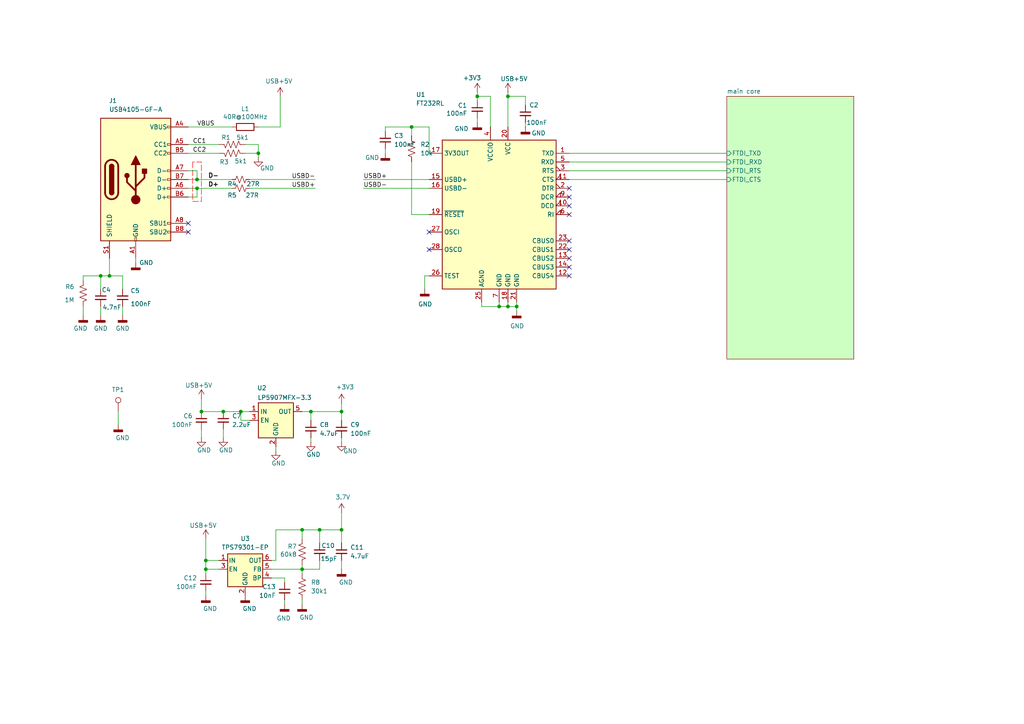
<source format=kicad_sch>
(kicad_sch (version 20250114) (generator "eeschema") (generator_version "9.0")
  (paper "A4")
  (title_block (title "FED3 Test Board") (rev "1.0") (comment 1 "Open Ephys, Inc."))
  (lib_symbols
    (symbol "Connector:TestPoint" (pin_numbers (hide yes)) (pin_names (offset 0.762) (hide yes))
      (property "Reference" "TP" (at 0 6.858 0))
      (property "Value" "TestPoint" (at 0 5.08 0))
      (symbol "TestPoint_0_1"
        (circle (center 0 3.302) (radius 0.762))
      )
      (symbol "TestPoint_1_1"
        (pin passive line (at 0 0 90) (length 2.54) (name "1") (number "1"))
      )
    )
    (symbol "Connector:USB_C_Receptacle_USB2.0_16P" (pin_names (offset 1.016))
      (property "Reference" "J" (at 0 22.225 0))
      (property "Value" "USB_C_Receptacle_USB2.0_16P" (at 0 19.685 0))
      (symbol "USB_C_Receptacle_USB2.0_16P_0_0"
        (rectangle (start -0.254 -17.78) (end 0.254 -16.764))
        (rectangle (start 10.16 15.494) (end 9.144 14.986))
        (rectangle (start 10.16 10.414) (end 9.144 9.906))
        (rectangle (start 10.16 7.874) (end 9.144 7.366))
        (rectangle (start 10.16 2.794) (end 9.144 2.286))
        (rectangle (start 10.16 0.254) (end 9.144 -0.254))
        (rectangle (start 10.16 -2.286) (end 9.144 -2.794))
        (rectangle (start 10.16 -4.826) (end 9.144 -5.334))
        (rectangle (start 10.16 -12.446) (end 9.144 -12.954))
        (rectangle (start 10.16 -14.986) (end 9.144 -15.494))
      )
      (symbol "USB_C_Receptacle_USB2.0_16P_0_1"
        (rectangle (start -10.16 17.78) (end 10.16 -17.78) (stroke (width 0.254)) (fill (type background)))
        (polyline (pts (xy -8.89 -3.81) (xy -8.89 3.81)) (stroke (width 0.508)))
        (rectangle (start -7.62 -3.81) (end -6.35 3.81) (stroke (width 0.254)) (fill (type outline)))
        (arc (start -7.62 3.81) (mid -6.985 4.4423) (end -6.35 3.81) (stroke (width 0.254)))
        (arc (start -7.62 3.81) (mid -6.985 4.4423) (end -6.35 3.81) (stroke (width 0.254)) (fill (type outline)))
        (arc (start -8.89 3.81) (mid -6.985 5.7067) (end -5.08 3.81) (stroke (width 0.508)))
        (arc (start -5.08 -3.81) (mid -6.985 -5.7067) (end -8.89 -3.81) (stroke (width 0.508)))
        (arc (start -6.35 -3.81) (mid -6.985 -4.4423) (end -7.62 -3.81) (stroke (width 0.254)))
        (arc (start -6.35 -3.81) (mid -6.985 -4.4423) (end -7.62 -3.81) (stroke (width 0.254)) (fill (type outline)))
        (polyline (pts (xy -5.08 3.81) (xy -5.08 -3.81)) (stroke (width 0.508)))
        (circle (center -2.54 1.143) (radius 0.635) (stroke (width 0.254)) (fill (type outline)))
        (polyline (pts (xy -1.27 4.318) (xy 0 6.858) (xy 1.27 4.318) (xy -1.27 4.318)) (stroke (width 0.254)) (fill (type outline)))
        (polyline (pts (xy 0 -2.032) (xy 2.54 0.508) (xy 2.54 1.778)) (stroke (width 0.508)))
        (polyline (pts (xy 0 -3.302) (xy -2.54 -0.762) (xy -2.54 0.508)) (stroke (width 0.508)))
        (polyline (pts (xy 0 -5.842) (xy 0 4.318)) (stroke (width 0.508)))
        (circle (center 0 -5.842) (radius 1.27) (fill (type outline)))
        (rectangle (start 1.905 1.778) (end 3.175 3.048) (stroke (width 0.254)) (fill (type outline)))
      )
      (symbol "USB_C_Receptacle_USB2.0_16P_1_1"
        (pin passive line (at -7.62 -22.86 90) (length 5.08) (name "SHIELD") (number "S1"))
        (pin passive line (at 0 -22.86 90) (length 5.08) (name "GND") (number "A1"))
        (pin passive line (at 0 -22.86 90) (length 5.08) (hide yes) (name "GND") (number "A12"))
        (pin passive line (at 0 -22.86 90) (length 5.08) (hide yes) (name "GND") (number "B1"))
        (pin passive line (at 0 -22.86 90) (length 5.08) (hide yes) (name "GND") (number "B12"))
        (pin passive line (at 15.24 15.24 180) (length 5.08) (name "VBUS") (number "A4"))
        (pin passive line (at 15.24 15.24 180) (length 5.08) (hide yes) (name "VBUS") (number "A9"))
        (pin passive line (at 15.24 15.24 180) (length 5.08) (hide yes) (name "VBUS") (number "B4"))
        (pin passive line (at 15.24 15.24 180) (length 5.08) (hide yes) (name "VBUS") (number "B9"))
        (pin bidirectional line (at 15.24 10.16 180) (length 5.08) (name "CC1") (number "A5"))
        (pin bidirectional line (at 15.24 7.62 180) (length 5.08) (name "CC2") (number "B5"))
        (pin bidirectional line (at 15.24 2.54 180) (length 5.08) (name "D-") (number "A7"))
        (pin bidirectional line (at 15.24 0 180) (length 5.08) (name "D-") (number "B7"))
        (pin bidirectional line (at 15.24 -2.54 180) (length 5.08) (name "D+") (number "A6"))
        (pin bidirectional line (at 15.24 -5.08 180) (length 5.08) (name "D+") (number "B6"))
        (pin bidirectional line (at 15.24 -12.7 180) (length 5.08) (name "SBU1") (number "A8"))
        (pin bidirectional line (at 15.24 -15.24 180) (length 5.08) (name "SBU2") (number "B8"))
      )
    )
    (symbol "Device:C_Small" (pin_numbers (hide yes)) (pin_names (offset 0.254) (hide yes))
      (property "Reference" "C" (at 0.254 1.778 0))
      (property "Value" "C_Small" (at 0.254 -2.032 0))
      (symbol "C_Small_0_1"
        (polyline (pts (xy -1.524 0.508) (xy 1.524 0.508)) (stroke (width 0.3048)))
        (polyline (pts (xy -1.524 -0.508) (xy 1.524 -0.508)) (stroke (width 0.3302)))
      )
      (symbol "C_Small_1_1"
        (pin passive line (at 0 2.54 270) (length 2.032) (name "~") (number "1"))
        (pin passive line (at 0 -2.54 90) (length 2.032) (name "~") (number "2"))
      )
    )
    (symbol "Device:R" (pin_numbers (hide yes)) (pin_names (offset 0))
      (property "Reference" "R" (at 2.032 0 90))
      (property "Value" "R" (at 0 0 90))
      (symbol "R_0_1"
        (rectangle (start -1.016 -2.54) (end 1.016 2.54) (stroke (width 0.254)))
      )
      (symbol "R_1_1"
        (pin passive line (at 0 3.81 270) (length 1.27) (name "~") (number "1"))
        (pin passive line (at 0 -3.81 90) (length 1.27) (name "~") (number "2"))
      )
    )
    (symbol "Device:R_Small_US" (pin_numbers (hide yes)) (pin_names (offset 0.254) (hide yes))
      (property "Reference" "R" (at 0.762 0.508 0))
      (property "Value" "R_Small_US" (at 0.762 -1.016 0))
      (symbol "R_Small_US_1_1"
        (polyline (pts (xy 0 1.524) (xy 1.016 1.143) (xy 0 0.762) (xy -1.016 0.381) (xy 0 0)))
        (polyline (pts (xy 0 0) (xy 1.016 -0.381) (xy 0 -0.762) (xy -1.016 -1.143) (xy 0 -1.524)))
        (pin passive line (at 0 2.54 270) (length 1.016) (name "~") (number "1"))
        (pin passive line (at 0 -2.54 90) (length 1.016) (name "~") (number "2"))
      )
    )
    (symbol "Device:R_US" (pin_numbers (hide yes)) (pin_names (offset 0))
      (property "Reference" "R" (at 2.54 0 90))
      (property "Value" "R_US" (at -2.54 0 90))
      (symbol "R_US_0_1"
        (polyline (pts (xy 0 2.286) (xy 0 2.54)))
        (polyline (pts (xy 0 2.286) (xy 1.016 1.905) (xy 0 1.524) (xy -1.016 1.143) (xy 0 0.762)))
        (polyline (pts (xy 0 0.762) (xy 1.016 0.381) (xy 0 0) (xy -1.016 -0.381) (xy 0 -0.762)))
        (polyline (pts (xy 0 -0.762) (xy 1.016 -1.143) (xy 0 -1.524) (xy -1.016 -1.905) (xy 0 -2.286)))
        (polyline (pts (xy 0 -2.286) (xy 0 -2.54)))
      )
      (symbol "R_US_1_1"
        (pin passive line (at 0 3.81 270) (length 1.27) (name "~") (number "1"))
        (pin passive line (at 0 -3.81 90) (length 1.27) (name "~") (number "2"))
      )
    )
    (symbol "Interface_USB:FT232RL"
      (property "Reference" "U2" (at 14.986 25.908 0))
      (property "Value" "FT232RL" (at 14.986 23.368 0))
      (symbol "FT232RL_0_1"
        (rectangle (start -16.51 21.59) (end 16.51 -21.59) (stroke (width 0.254)) (fill (type background)))
      )
      (symbol "FT232RL_1_0"
        (pin no_connect line (at 15.24 -24.13 180) (length 2.54) (hide yes) (name "n.c") (number "24"))
        (pin no_connect line (at 15.24 -26.67 180) (length 2.54) (hide yes) (name "n.c.") (number "8"))
      )
      (symbol "FT232RL_1_1"
        (pin power_out line (at -20.32 17.78 0) (length 3.81) (name "3V3OUT") (number "17"))
        (pin bidirectional line (at -20.32 10.16 0) (length 3.81) (name "USBD+") (number "15"))
        (pin bidirectional line (at -20.32 7.62 0) (length 3.81) (name "USBD-") (number "16"))
        (pin input line (at -20.32 0 0) (length 3.81) (name "~{RESET}") (number "19"))
        (pin input line (at -20.32 -5.08 0) (length 3.81) (name "OSCI") (number "27"))
        (pin output line (at -20.32 -10.16 0) (length 3.81) (name "OSCO") (number "28"))
        (pin input line (at -20.32 -17.78 0) (length 3.81) (name "TEST") (number "26"))
        (pin power_in line (at -5.08 -25.4 90) (length 3.81) (name "AGND") (number "25"))
        (pin power_in line (at -2.54 25.4 270) (length 3.81) (name "VCCIO") (number "4"))
        (pin power_in line (at 0 -25.4 90) (length 3.81) (name "GND") (number "7"))
        (pin power_in line (at 2.54 25.4 270) (length 3.81) (name "VCC") (number "20"))
        (pin power_in line (at 2.54 -25.4 90) (length 3.81) (name "GND") (number "18"))
        (pin power_in line (at 5.08 -25.4 90) (length 3.81) (name "GND") (number "21"))
        (pin output line (at 20.32 17.78 180) (length 3.81) (name "TXD") (number "1"))
        (pin input line (at 20.32 15.24 180) (length 3.81) (name "RXD") (number "5"))
        (pin output output_low (at 20.32 12.7 180) (length 3.81) (name "RTS") (number "3"))
        (pin input input_low (at 20.32 10.16 180) (length 3.81) (name "CTS") (number "11"))
        (pin output output_low (at 20.32 7.62 180) (length 3.81) (name "DTR") (number "2"))
        (pin input input_low (at 20.32 5.08 180) (length 3.81) (name "DCR") (number "9"))
        (pin input input_low (at 20.32 2.54 180) (length 3.81) (name "DCD") (number "10"))
        (pin input input_low (at 20.32 0 180) (length 3.81) (name "RI") (number "6"))
        (pin bidirectional line (at 20.32 -7.62 180) (length 3.81) (name "CBUS0") (number "23"))
        (pin bidirectional line (at 20.32 -10.16 180) (length 3.81) (name "CBUS1") (number "22"))
        (pin bidirectional line (at 20.32 -12.7 180) (length 3.81) (name "CBUS2") (number "13"))
        (pin bidirectional line (at 20.32 -15.24 180) (length 3.81) (name "CBUS3") (number "14"))
        (pin bidirectional line (at 20.32 -17.78 180) (length 3.81) (name "CBUS4") (number "12"))
      )
    )
    (symbol "Regulator_Linear:LP5907MFX-3.3"
      (property "Reference" "U" (at -3.81 6.35 0))
      (property "Value" "LP5907MFX-3.3" (at 6.35 6.35 0))
      (symbol "LP5907MFX-3.3_0_1"
        (rectangle (start -5.08 -5.08) (end 5.08 5.08) (stroke (width 0.254)) (fill (type background)))
        (pin power_in line (at -7.62 2.54 0) (length 2.54) (name "IN") (number "1"))
        (pin input line (at -7.62 0 0) (length 2.54) (name "EN") (number "3"))
        (pin power_in line (at 0 -7.62 90) (length 2.54) (name "GND") (number "2"))
        (pin no_connect line (at 5.08 0 180) (length 2.54) (hide yes) (name "NC") (number "4"))
        (pin power_out line (at 7.62 2.54 180) (length 2.54) (name "OUT") (number "5"))
      )
    )
    (symbol "Regulator_Linear:TPS79301-EP" (pin_names (offset 0.254))
      (property "Reference" "U" (at -3.81 5.715 0))
      (property "Value" "TPS79301-EP" (at 0 5.715 0))
      (symbol "TPS79301-EP_1_1"
        (rectangle (start 5.08 -5.08) (end -5.08 4.445) (stroke (width 0.254)) (fill (type background)))
        (pin power_in line (at -7.62 2.54 0) (length 2.54) (name "IN") (number "1"))
        (pin input line (at -7.62 0 0) (length 2.54) (name "EN") (number "3"))
        (pin power_in line (at 0 -7.62 90) (length 2.54) (name "GND") (number "2"))
        (pin power_out line (at 7.62 2.54 180) (length 2.54) (name "OUT") (number "6"))
        (pin input line (at 7.62 0 180) (length 2.54) (name "FB") (number "5"))
        (pin passive line (at 7.62 -2.54 180) (length 2.54) (name "BP") (number "4"))
      )
    )
    (symbol "power:+3V3" (power) (pin_numbers (hide yes)) (pin_names (offset 0) (hide yes))
      (property "Value" "+3V3" (at 0 3.556 0))
      (symbol "+3V3_0_1"
        (polyline (pts (xy -0.762 1.27) (xy 0 2.54)))
        (polyline (pts (xy 0 2.54) (xy 0.762 1.27)))
        (polyline (pts (xy 0 0) (xy 0 2.54)))
      )
      (symbol "+3V3_1_1"
        (pin power_in line (at 0 0 90) (length 0) (name "~") (number "1"))
      )
    )
    (symbol "power:+5V" (power) (pin_numbers (hide yes)) (pin_names (offset 0) (hide yes))
      (property "Value" "+5V" (at 0 3.556 0))
      (symbol "+5V_0_1"
        (polyline (pts (xy -0.762 1.27) (xy 0 2.54)))
        (polyline (pts (xy 0 2.54) (xy 0.762 1.27)))
        (polyline (pts (xy 0 0) (xy 0 2.54)))
      )
      (symbol "+5V_1_1"
        (pin power_in line (at 0 0 90) (length 0) (name "~") (number "1"))
      )
    )
    (symbol "power:GND" (power) (pin_numbers (hide yes)) (pin_names (offset 0) (hide yes))
      (property "Value" "GND" (at 0 -3.81 0))
      (symbol "GND_0_1"
        (polyline (pts (xy 0 0) (xy 0 -1.27) (xy 1.27 -1.27) (xy 0 -2.54) (xy -1.27 -1.27) (xy 0 -1.27)))
      )
      (symbol "GND_1_1"
        (pin power_in line (at 0 0 270) (length 0) (name "~") (number "1"))
      )
    )
    (symbol "power:GNDD" (power) (pin_numbers (hide yes)) (pin_names (offset 0) (hide yes))
      (property "Value" "GNDD" (at 0 -3.175 0))
      (symbol "GNDD_0_1"
        (rectangle (start -1.27 -1.524) (end 1.27 -2.032) (stroke (width 0.254)) (fill (type outline)))
        (polyline (pts (xy 0 0) (xy 0 -1.524)))
      )
      (symbol "GNDD_1_1"
        (pin power_in line (at 0 0 270) (length 0) (name "~") (number "1"))
      )
    )
  )
  (junction (at 29.21 80.01))
  (junction (at 57.15 52.07))
  (junction (at 138.43 27.94))
  (junction (at 147.32 27.94))
  (junction (at 59.69 162.56))
  (junction (at 147.32 88.9))
  (junction (at 57.15 54.61))
  (junction (at 74.93 44.45))
  (junction (at 87.63 153.67))
  (junction (at 58.42 119.38))
  (junction (at 99.06 119.38))
  (junction (at 87.63 165.1))
  (junction (at 90.17 119.38))
  (junction (at 99.06 153.67))
  (junction (at 149.86 88.9))
  (junction (at 119.38 36.83))
  (junction (at 92.71 153.67))
  (junction (at 144.78 88.9))
  (junction (at 31.75 80.01))
  (junction (at 59.69 165.1))
  (junction (at 69.85 119.38))
  (junction (at 64.77 119.38))
  (no_connect (at 165.1 72.39))
  (no_connect (at 165.1 77.47))
  (no_connect (at 165.1 54.61))
  (no_connect (at 165.1 80.01))
  (no_connect (at 54.61 64.77))
  (no_connect (at 124.46 72.39))
  (no_connect (at 165.1 57.15))
  (no_connect (at 165.1 69.85))
  (no_connect (at 165.1 74.93))
  (no_connect (at 165.1 62.23))
  (no_connect (at 165.1 59.69))
  (no_connect (at 124.46 67.31))
  (no_connect (at 54.61 67.31))
  (wire (pts (xy 119.38 62.23) (xy 124.46 62.23)))
  (wire (pts (xy 152.4 27.94) (xy 152.4 30.48)))
  (wire (pts (xy 111.76 36.83) (xy 111.76 38.1)))
  (wire (pts (xy 138.43 26.67) (xy 138.43 27.94)))
  (wire (pts (xy 138.43 27.94) (xy 138.43 29.21)))
  (wire (pts (xy 119.38 46.99) (xy 119.38 62.23)))
  (wire (pts (xy 139.7 88.9) (xy 144.78 88.9)))
  (wire (pts (xy 165.1 49.53) (xy 210.82 49.53)))
  (wire (pts (xy 74.93 41.91) (xy 74.93 44.45)))
  (wire (pts (xy 92.71 157.48) (xy 92.71 153.67)))
  (wire (pts (xy 72.39 121.92) (xy 69.85 121.92)))
  (wire (pts (xy 144.78 87.63) (xy 144.78 88.9)))
  (wire (pts (xy 99.06 128.27) (xy 99.06 127)))
  (wire (pts (xy 59.69 165.1) (xy 59.69 166.37)))
  (wire (pts (xy 147.32 26.67) (xy 147.32 27.94)))
  (wire (pts (xy 57.15 52.07) (xy 67.31 52.07)))
  (wire (pts (xy 31.75 80.01) (xy 35.56 80.01)) (stroke (width 0.1524)))
  (wire (pts (xy 29.21 80.01) (xy 29.21 83.82)) (stroke (width 0.1524)))
  (wire (pts (xy 63.5 165.1) (xy 59.69 165.1)))
  (wire (pts (xy 99.06 165.1) (xy 99.06 162.56)))
  (wire (pts (xy 54.61 54.61) (xy 57.15 54.61)))
  (wire (pts (xy 123.19 83.82) (xy 123.19 80.01)))
  (wire (pts (xy 99.06 153.67) (xy 99.06 157.48)))
  (wire (pts (xy 142.24 27.94) (xy 142.24 36.83)))
  (wire (pts (xy 24.13 80.01) (xy 24.13 81.28)) (stroke (width 0.1524)))
  (wire (pts (xy 82.55 173.99) (xy 82.55 175.26)))
  (wire (pts (xy 72.39 52.07) (xy 91.44 52.07)))
  (wire (pts (xy 165.1 46.99) (xy 210.82 46.99)))
  (wire (pts (xy 87.63 165.1) (xy 87.63 163.83)))
  (wire (pts (xy 78.74 165.1) (xy 87.63 165.1)))
  (wire (pts (xy 124.46 44.45) (xy 124.46 36.83)))
  (wire (pts (xy 87.63 166.37) (xy 87.63 165.1)))
  (wire (pts (xy 149.86 88.9) (xy 149.86 90.17)))
  (wire (pts (xy 58.42 127) (xy 58.42 124.46)))
  (wire (pts (xy 64.77 119.38) (xy 69.85 119.38)))
  (wire (pts (xy 119.38 36.83) (xy 124.46 36.83)))
  (wire (pts (xy 111.76 43.18) (xy 111.76 44.45)))
  (wire (pts (xy 39.37 74.93) (xy 39.37 76.2)))
  (wire (pts (xy 165.1 52.07) (xy 210.82 52.07)))
  (wire (pts (xy 29.21 88.9) (xy 29.21 91.44)) (stroke (width 0.1524)))
  (wire (pts (xy 35.56 88.9) (xy 35.56 91.44)))
  (wire (pts (xy 57.15 54.61) (xy 57.15 57.15)))
  (wire (pts (xy 35.56 80.01) (xy 35.56 82.55)) (stroke (width 0.1524)))
  (wire (pts (xy 74.93 36.83) (xy 81.28 36.83)))
  (wire (pts (xy 149.86 88.9) (xy 147.32 88.9)))
  (wire (pts (xy 57.15 54.61) (xy 67.31 54.61)))
  (wire (pts (xy 69.85 119.38) (xy 72.39 119.38)))
  (wire (pts (xy 144.78 88.9) (xy 147.32 88.9)))
  (wire (pts (xy 139.7 87.63) (xy 139.7 88.9)))
  (wire (pts (xy 74.93 44.45) (xy 74.93 45.72)))
  (wire (pts (xy 152.4 35.56) (xy 152.4 36.83)))
  (wire (pts (xy 54.61 57.15) (xy 57.15 57.15)))
  (wire (pts (xy 92.71 153.67) (xy 99.06 153.67)))
  (wire (pts (xy 80.01 153.67) (xy 87.63 153.67)))
  (wire (pts (xy 78.74 162.56) (xy 80.01 162.56)))
  (wire (pts (xy 87.63 153.67) (xy 87.63 156.21)))
  (wire (pts (xy 54.61 36.83) (xy 67.31 36.83)))
  (wire (pts (xy 147.32 27.94) (xy 147.32 36.83)))
  (wire (pts (xy 31.75 74.93) (xy 31.75 80.01)))
  (wire (pts (xy 34.29 123.19) (xy 34.29 119.38)))
  (wire (pts (xy 111.76 36.83) (xy 119.38 36.83)))
  (wire (pts (xy 58.42 115.57) (xy 58.42 119.38)))
  (wire (pts (xy 119.38 36.83) (xy 119.38 39.37)))
  (wire (pts (xy 138.43 27.94) (xy 142.24 27.94)))
  (wire (pts (xy 92.71 162.56) (xy 92.71 165.1)))
  (wire (pts (xy 80.01 162.56) (xy 80.01 153.67)))
  (wire (pts (xy 69.85 121.92) (xy 69.85 119.38)))
  (wire (pts (xy 63.5 162.56) (xy 59.69 162.56)))
  (wire (pts (xy 59.69 165.1) (xy 59.69 162.56)))
  (wire (pts (xy 59.69 156.21) (xy 59.69 162.56)))
  (wire (pts (xy 92.71 165.1) (xy 87.63 165.1)))
  (wire (pts (xy 57.15 49.53) (xy 57.15 52.07)))
  (wire (pts (xy 123.19 80.01) (xy 124.46 80.01)))
  (wire (pts (xy 78.74 167.64) (xy 82.55 167.64)))
  (wire (pts (xy 24.13 80.01) (xy 29.21 80.01)) (stroke (width 0.1524)))
  (wire (pts (xy 87.63 175.26) (xy 87.63 173.99)))
  (wire (pts (xy 24.13 88.9) (xy 24.13 91.44)) (stroke (width 0.1524)))
  (wire (pts (xy 71.12 44.45) (xy 74.93 44.45)))
  (wire (pts (xy 87.63 119.38) (xy 90.17 119.38)))
  (wire (pts (xy 80.01 130.81) (xy 80.01 129.54)))
  (wire (pts (xy 99.06 116.84) (xy 99.06 119.38)))
  (wire (pts (xy 54.61 52.07) (xy 57.15 52.07)))
  (wire (pts (xy 35.56 82.55) (xy 35.56 83.82)))
  (wire (pts (xy 149.86 87.63) (xy 149.86 88.9)))
  (wire (pts (xy 90.17 128.27) (xy 90.17 127)))
  (wire (pts (xy 90.17 121.92) (xy 90.17 119.38)))
  (wire (pts (xy 58.42 119.38) (xy 64.77 119.38)))
  (wire (pts (xy 29.21 80.01) (xy 31.75 80.01)) (stroke (width 0.1524)))
  (wire (pts (xy 99.06 148.59) (xy 99.06 153.67)))
  (wire (pts (xy 64.77 127) (xy 64.77 124.46)))
  (wire (pts (xy 74.93 41.91) (xy 71.12 41.91)))
  (wire (pts (xy 147.32 87.63) (xy 147.32 88.9)))
  (wire (pts (xy 124.46 54.61) (xy 105.41 54.61)))
  (wire (pts (xy 99.06 119.38) (xy 99.06 121.92)))
  (wire (pts (xy 138.43 34.29) (xy 138.43 35.56)))
  (wire (pts (xy 165.1 44.45) (xy 210.82 44.45)))
  (wire (pts (xy 72.39 54.61) (xy 91.44 54.61)))
  (wire (pts (xy 124.46 52.07) (xy 105.41 52.07)))
  (wire (pts (xy 147.32 27.94) (xy 152.4 27.94)))
  (wire (pts (xy 54.61 41.91) (xy 63.5 41.91)))
  (wire (pts (xy 82.55 167.64) (xy 82.55 168.91)))
  (wire (pts (xy 54.61 49.53) (xy 57.15 49.53)))
  (wire (pts (xy 54.61 44.45) (xy 63.5 44.45)))
  (wire (pts (xy 59.69 171.45) (xy 59.69 172.72)))
  (wire (pts (xy 81.28 27.94) (xy 81.28 36.83)))
  (wire (pts (xy 90.17 119.38) (xy 99.06 119.38)))
  (wire (pts (xy 92.71 153.67) (xy 87.63 153.67)))
  (label "CC2" (at 55.88 44.45 0))
  (label "USBD+" (at 91.44 54.61 180))
  (label "CC1" (at 55.88 41.91 0))
  (label "USBD-" (at 105.41 54.61 0))
  (label "USBD-" (at 91.44 52.07 180))
  (label "USBD+" (at 105.41 52.07 0))
  (label "D+" (at 63.5 54.61 180) (effects (font (thickness 0.254) (bold yes))))
  (label "VBUS" (at 57.15 36.83 0))
  (label "D-" (at 63.5 52.07 180) (effects (font (thickness 0.254) (bold yes))))
  (rule_area (polyline (pts (xy 55.88 46.99) (xy 55.88 58.42) (xy 58.42 58.42) (xy 58.42 46.99)) (stroke (width 0) (type dash))))
  (symbol (lib_id "power:GNDD") (at 35.56 91.44 0) (mirror y) (unit 1)
    (property "Reference" "#GND04" (effects (hide yes)))
    (property "Value" "GND" (at 35.56 95.25 0))
  )
  (symbol (lib_id "Device:C_Small") (at 29.21 86.36 0) (mirror y) (unit 1)
    (property "Reference" "C4" (at 29.464 84.074 0) (effects (justify right)))
    (property "Value" "4.7nF" (at 29.718 89.154 0) (effects (justify right)))
    (property "Footprint" "Capacitor_SMD:C_0402_1005Metric" (effects (hide yes)))
    (property "Description" "Unpolarized capacitor, small symbol" (effects (hide yes)))
    (property "MPN" "885012205084" (effects (hide yes)))
    (property "OEPSPN" "OEPS010017" (effects (hide yes)))
  )
  (symbol (lib_id "power:+5V") (at 99.06 148.59 0) (unit 1)
    (property "Reference" "#PWR018" (effects (hide yes)))
    (property "Value" "3.7V" (at 99.441 144.1958 0))
    (property "Description" "Power symbol creates a global label with name \"+5V\"" (effects (hide yes)))
  )
  (symbol (lib_id "power:GNDD") (at 111.76 44.45 0) (unit 1)
    (property "Reference" "#PWR06" (effects (hide yes)))
    (property "Value" "GND" (at 107.95 45.72 0))
    (property "Description" "Power symbol creates a global label with name \"GNDD\" , digital ground" (effects (hide yes)))
  )
  (symbol (lib_id "Device:C_Small") (at 82.55 171.45 0) (unit 1)
    (property "Reference" "C13" (at 80.01 170.1862 0) (effects (justify right)))
    (property "Value" "10nF" (at 80.01 172.7262 0) (effects (justify right)))
    (property "Footprint" "Capacitor_SMD:C_0402_1005Metric" (effects (hide yes)))
    (property "Description" "Unpolarized capacitor, small symbol" (effects (hide yes)))
    (property "MPN" "TBD" (effects (hide yes)))
    (property "OEPSPN" "TBD" (effects (hide yes)))
  )
  (symbol (lib_id "power:+3V3") (at 138.43 26.67 0) (unit 1)
    (property "Reference" "#PWR01" (effects (hide yes)))
    (property "Value" "+3V3" (at 136.906 22.606 0))
    (property "Description" "Power symbol creates a global label with name \"+3V3\"" (effects (hide yes)))
  )
  (symbol (lib_id "power:GNDD") (at 59.69 172.72 0) (mirror y) (unit 1)
    (property "Reference" "#PWR021" (effects (hide yes)))
    (property "Value" "GND" (at 62.992 176.53 0) (effects (justify left)))
    (property "Description" "Power symbol creates a global label with name \"GNDD\" , digital ground" (effects (hide yes)))
  )
  (symbol (lib_id "Regulator_Linear:LP5907MFX-3.3") (at 80.01 121.92 0) (unit 1)
    (property "Reference" "U2" (at 75.946 112.522 0))
    (property "Value" "LP5907MFX-3.3" (at 82.55 115.316 0))
    (property "Footprint" "Package_TO_SOT_SMD:SOT-23-5" (effects (hide yes)))
    (property "Datasheet" "http://www.ti.com/lit/ds/symlink/lp5907.pdf" (effects (hide yes)))
    (property "Description" "250-mA Ultra-Low-Noise Low-IQ LDO, 3.3V, SOT-23" (effects (hide yes)))
    (property "MPN" "LP5907MFX-3.3/NOPB" (effects (hide yes)))
    (property "OEPSPN" "OEPS080016" (effects (hide yes)))
  )
  (symbol (lib_id "Device:C_Small") (at 64.77 121.92 0) (unit 1)
    (property "Reference" "C7" (at 67.31 120.6562 0) (effects (justify left)))
    (property "Value" "2.2uF" (at 67.31 123.1962 0) (effects (justify left)))
    (property "Footprint" "Capacitor_SMD:C_0603_1608Metric" (effects (hide yes)))
    (property "Description" "Unpolarized capacitor, small symbol" (effects (hide yes)))
    (property "MPN" "GRM188R61E225KA12D" (effects (hide yes)))
    (property "OEPSPN" "OEPS010075" (effects (hide yes)))
  )
  (symbol (lib_id "power:+5V") (at 81.28 27.94 0) (mirror y) (unit 1)
    (property "Reference" "#PWR03" (effects (hide yes)))
    (property "Value" "USB+5V" (at 80.899 23.5458 0))
    (property "Description" "Power symbol creates a global label with name \"+5V\"" (effects (hide yes)))
  )
  (symbol (lib_id "Device:R_US") (at 119.38 43.18 0) (unit 1)
    (property "Reference" "R2" (at 121.92 41.9099 0) (effects (justify left)))
    (property "Value" "10k" (at 121.92 44.4499 0) (effects (justify left)))
    (property "Footprint" "Resistor_SMD:R_0402_1005Metric" (effects (hide yes)))
    (property "Description" "SMD 0402 10kΩ ±1% 0.063W" (effects (hide yes)))
    (property "MPN" "CRCW040210K0FKED" (effects (hide yes)))
    (property "OEPSPN" "OEPS020030" (effects (hide yes)))
  )
  (symbol (lib_id "Device:C_Small") (at 99.06 160.02 0) (unit 1)
    (property "Reference" "C11" (at 101.6 158.7562 0) (effects (justify left)))
    (property "Value" "4.7uF" (at 101.6 161.2962 0) (effects (justify left)))
    (property "Footprint" "Capacitor_SMD:C_0603_1608Metric" (effects (hide yes)))
    (property "Description" "Unpolarized capacitor, small symbol" (effects (hide yes)))
    (property "MPN" "C1608X6S1C475K080AC" (effects (hide yes)))
    (property "OEPSPN" "OEPS010018" (effects (hide yes)))
  )
  (symbol (lib_id "Connector:USB_C_Receptacle_USB2.0_16P") (at 39.37 52.07 0) (unit 1)
    (property "Reference" "J1" (at 32.766 29.21 0))
    (property "Value" "USB4105-GF-A" (at 39.37 31.75 0))
    (property "Footprint" "Connector_USB:USB_C_Receptacle_GCT_USB4105-xx-A_16P_TopMnt_Horizontal" (effects (hide yes)))
    (property "Datasheet" "https://www.usb.org/sites/default/files/documents/usb_type-c.zip" (effects (hide yes)))
    (property "Description" "USB 2.0-only 16P Type-C Receptacle connector" (effects (hide yes)))
    (property "MPN" "USB4105-GF-A" (effects (hide yes)))
    (property "OEPSPN" "OEPS070105" (effects (hide yes)))
  )
  (symbol (lib_id "Interface_USB:FT232RL") (at 144.78 62.23 0) (unit 1)
    (property "Reference" "U1" (at 120.65 27.432 0) (effects (justify left)))
    (property "Value" "FT232RL" (at 120.65 29.972 0) (effects (justify left)))
    (property "Footprint" "Package_SO:SSOP-28_5.3x10.2mm_P0.65mm" (effects (hide yes)))
    (property "Datasheet" "https://www.ftdichip.com/Support/Documents/DataSheets/ICs/DS_FT232R.pdf" (effects (hide yes)))
    (property "Description" "USB to Serial Interface, SSOP-28" (effects (hide yes)))
    (property "OEPSPN" "OEPS080093" (effects (hide yes)))
    (property "MPN" "FT232RNL-REEL" (effects (hide yes)))
  )
  (symbol (lib_id "power:GND") (at 74.93 45.72 0) (mirror y) (unit 1)
    (property "Reference" "#PWR07" (effects (hide yes)))
    (property "Value" "GND" (at 77.47 48.768 0))
    (property "Description" "Power symbol creates a global label with name \"GND\" , ground" (effects (hide yes)))
  )
  (symbol (lib_id "power:+3V3") (at 99.06 116.84 0) (unit 1)
    (property "Reference" "#PWR011" (effects (hide yes)))
    (property "Value" "+3V3" (at 100.076 112.268 0))
    (property "Description" "Power symbol creates a global label with name \"+3V3\"" (effects (hide yes)))
  )
  (symbol (lib_id "power:GND") (at 58.42 127 0) (unit 1)
    (property "Reference" "#PWR013" (effects (hide yes)))
    (property "Value" "GND" (at 59.182 130.556 0))
    (property "Description" "Power symbol creates a global label with name \"GND\" , ground" (effects (hide yes)))
  )
  (symbol (lib_id "power:GNDD") (at 99.06 165.1 0) (mirror y) (unit 1)
    (property "Reference" "#PWR020" (effects (hide yes)))
    (property "Value" "GND" (at 102.362 168.91 0) (effects (justify left)))
    (property "Description" "Power symbol creates a global label with name \"GNDD\" , digital ground" (effects (hide yes)))
  )
  (symbol (lib_id "power:GNDD") (at 24.13 91.44 0) (mirror y) (unit 1)
    (property "Reference" "#GND02" (effects (hide yes)))
    (property "Value" "GND" (at 23.368 95.25 0))
  )
  (symbol (lib_id "power:+5V") (at 58.42 115.57 0) (unit 1)
    (property "Reference" "#PWR010" (effects (hide yes)))
    (property "Value" "USB+5V" (at 57.658 111.76 0))
    (property "Description" "Power symbol creates a global label with name \"+5V\"" (effects (hide yes)))
  )
  (symbol (lib_id "power:+5V") (at 147.32 26.67 0) (mirror y) (unit 1)
    (property "Reference" "#PWR02" (effects (hide yes)))
    (property "Value" "USB+5V" (at 149.098 22.86 0))
    (property "Description" "Power symbol creates a global label with name \"+5V\"" (effects (hide yes)))
  )
  (symbol (lib_id "power:GNDD") (at 87.63 175.26 0) (mirror y) (unit 1)
    (property "Reference" "#PWR024" (effects (hide yes)))
    (property "Value" "GND" (at 90.932 179.07 0) (effects (justify left)))
    (property "Description" "Power symbol creates a global label with name \"GNDD\" , digital ground" (effects (hide yes)))
  )
  (symbol (lib_id "power:GND") (at 90.17 128.27 0) (unit 1)
    (property "Reference" "#PWR015" (effects (hide yes)))
    (property "Value" "GND" (at 90.932 131.826 0))
    (property "Description" "Power symbol creates a global label with name \"GND\" , ground" (effects (hide yes)))
  )
  (symbol (lib_id "Device:C_Small") (at 92.71 160.02 0) (mirror y) (unit 1)
    (property "Reference" "C10" (at 93.218 158.242 0) (effects (justify right)))
    (property "Value" "15pF" (at 92.964 162.052 0) (effects (justify right)))
    (property "Footprint" "Capacitor_SMD:C_0402_1005Metric" (effects (hide yes)))
    (property "Description" "Unpolarized capacitor, small symbol" (effects (hide yes)))
    (property "MPN" "TBD" (effects (hide yes)))
    (property "OEPSPN" "TBD" (effects (hide yes)))
  )
  (symbol (lib_id "Device:C_Small") (at 59.69 168.91 0) (unit 1)
    (property "Reference" "C12" (at 57.15 167.6462 0) (effects (justify right)))
    (property "Value" "100nF" (at 57.15 170.1862 0) (effects (justify right)))
    (property "Footprint" "Capacitor_SMD:C_0402_1005Metric" (effects (hide yes)))
    (property "Description" "Unpolarized capacitor, small symbol" (effects (hide yes)))
    (property "MPN" "CGA2B3X7R1H104K050BB" (effects (hide yes)))
    (property "OEPSPN" "OEPS010016" (effects (hide yes)))
  )
  (symbol (lib_id "Regulator_Linear:TPS79301-EP") (at 71.12 165.1 0) (unit 1)
    (property "Reference" "U3" (at 71.12 156.21 0))
    (property "Value" "TPS79301-EP" (at 71.12 158.75 0))
    (property "Footprint" "Package_TO_SOT_SMD:SOT-23-6" (effects (hide yes)))
    (property "Datasheet" "http://www.ti.com/lit/ds/symlink/tps79333-ep.pdf" (effects (hide yes)))
    (property "Description" "200mA UltraLow-Noise, High-Precision, Fast RF, Low Drop-out Voltage Regulator, Adjustable Output, SOT-23" (effects (hide yes)))
    (property "OEPSPN" "OEPS080129" (effects (hide yes)))
    (property "MPN" "TPS79301DBVRG4" (effects (hide yes)))
  )
  (symbol (lib_id "Device:C_Small") (at 138.43 31.75 0) (mirror y) (unit 1)
    (property "Reference" "C1" (at 135.509 30.5816 0) (effects (justify left)))
    (property "Value" "100nF" (at 135.509 32.893 0) (effects (justify left)))
    (property "Footprint" "Capacitor_SMD:C_0402_1005Metric_Pad0.74x0.62mm_HandSolder" (effects (hide yes)))
    (property "Description" "Unpolarized capacitor, small symbol" (effects (hide yes)))
    (property "MPN" "C1005X7R1E104K050BB" (effects (hide yes)))
    (property "OEPSPN" "OEPS010050" (effects (hide yes)))
  )
  (symbol (lib_id "power:GNDD") (at 82.55 175.26 0) (mirror y) (unit 1)
    (property "Reference" "#PWR023" (effects (hide yes)))
    (property "Value" "GND" (at 84.328 179.324 0) (effects (justify left)))
    (property "Description" "Power symbol creates a global label with name \"GNDD\" , digital ground" (effects (hide yes)))
  )
  (symbol (lib_id "Device:C_Small") (at 99.06 124.46 0) (mirror y) (unit 1)
    (property "Reference" "C9" (at 101.6 123.1962 0) (effects (justify right)))
    (property "Value" "100nF" (at 101.6 125.7362 0) (effects (justify right)))
    (property "Footprint" "Capacitor_SMD:C_0402_1005Metric" (effects (hide yes)))
    (property "Description" "Unpolarized capacitor, small symbol" (effects (hide yes)))
    (property "MPN" "CGA2B3X7R1H104K050BB" (effects (hide yes)))
    (property "OEPSPN" "OEPS010016" (effects (hide yes)))
  )
  (symbol (lib_id "Device:C_Small") (at 152.4 33.02 0) (mirror y) (unit 1)
    (property "Reference" "C2" (at 156.21 30.48 0) (effects (justify left)))
    (property "Value" "100nF" (at 158.75 35.56 0) (effects (justify left)))
    (property "Footprint" "Capacitor_SMD:C_0402_1005Metric_Pad0.74x0.62mm_HandSolder" (effects (hide yes)))
    (property "Description" "Unpolarized capacitor, small symbol" (effects (hide yes)))
    (property "MPN" "C1005X7R1E104K050BB" (effects (hide yes)))
    (property "OEPSPN" "OEPS010050" (effects (hide yes)))
  )
  (symbol (lib_id "Device:C_Small") (at 111.76 40.64 180) (unit 1)
    (property "Reference" "C3" (at 114.3 39.3635 0) (effects (justify right)))
    (property "Value" "100nF" (at 114.3 41.9035 0) (effects (justify right)))
    (property "Footprint" "Capacitor_SMD:C_0402_1005Metric_Pad0.74x0.62mm_HandSolder" (effects (hide yes)))
    (property "Description" "Unpolarized capacitor, small symbol" (effects (hide yes)))
    (property "MPN" "C1005X7R1E104K050BB" (effects (hide yes)))
    (property "OEPSPN" "OEPS010050" (effects (hide yes)))
  )
  (symbol (lib_id "Device:R_US") (at 67.31 41.91 90) (mirror x) (unit 1)
    (property "Reference" "R1" (at 65.532 39.878 90))
    (property "Value" "5k1" (at 70.358 39.878 90))
    (property "Footprint" "Resistor_SMD:R_0402_1005Metric" (effects (hide yes)))
    (property "Description" "SMD 0402 5.1k 1% 0.100W" (effects (hide yes)))
    (property "MPN" "ERJ-2RKF5101X" (effects (hide yes)))
    (property "OEPSPN" "OEPS020173" (effects (hide yes)))
  )
  (symbol (lib_id "Device:C_Small") (at 58.42 121.92 0) (unit 1)
    (property "Reference" "C6" (at 55.88 120.6562 0) (effects (justify right)))
    (property "Value" "100nF" (at 55.88 123.1962 0) (effects (justify right)))
    (property "Footprint" "Capacitor_SMD:C_0402_1005Metric" (effects (hide yes)))
    (property "Description" "Unpolarized capacitor, small symbol" (effects (hide yes)))
    (property "MPN" "CGA2B3X7R1H104K050BB" (effects (hide yes)))
    (property "OEPSPN" "OEPS010016" (effects (hide yes)))
  )
  (symbol (lib_id "Device:R_US") (at 67.31 44.45 90) (mirror x) (unit 1)
    (property "Reference" "R3" (at 65.024 46.99 90))
    (property "Value" "5k1" (at 69.85 46.736 90))
    (property "Footprint" "Resistor_SMD:R_0402_1005Metric" (effects (hide yes)))
    (property "Description" "SMD 0402 5.1k 1% 0.100W" (effects (hide yes)))
    (property "MPN" "ERJ-2RKF5101X" (effects (hide yes)))
    (property "OEPSPN" "OEPS020173" (effects (hide yes)))
  )
  (symbol (lib_id "Device:R_US") (at 24.13 85.09 0) (mirror x) (unit 1)
    (property "Reference" "R6" (at 21.59 83.185 0) (effects (justify right)))
    (property "Value" "1M" (at 21.59 86.995 0) (effects (justify right)))
    (property "Footprint" "Resistor_SMD:R_0402_1005Metric" (effects (hide yes)))
    (property "MPN" "CRCW04021M00FKED" (effects (hide yes)))
    (property "OEPSPN" "OEPS020026" (effects (hide yes)))
  )
  (symbol (lib_id "Device:R_Small_US") (at 69.85 54.61 270) (unit 1)
    (property "Reference" "R5" (at 67.31 56.642 90))
    (property "Value" "27R" (at 73.152 56.642 90))
    (property "Footprint" "Resistor_SMD:R_0402_1005Metric" (effects (hide yes)))
    (property "Description" "Resistor, small US symbol" (effects (hide yes)))
    (property "MPN" "RMCF0402FT27R0" (effects (hide yes)))
    (property "OEPSPN" "OEPS020170" (effects (hide yes)))
  )
  (symbol (lib_id "power:GNDD") (at 29.21 91.44 0) (mirror y) (unit 1)
    (property "Reference" "#GND03" (effects (hide yes)))
    (property "Value" "GND" (at 29.21 95.25 0))
  )
  (symbol (lib_id "power:GNDD") (at 152.4 36.83 0) (mirror y) (unit 1)
    (property "Reference" "#PWR05" (effects (hide yes)))
    (property "Value" "GND" (at 156.21 38.608 0))
    (property "Description" "Power symbol creates a global label with name \"GNDD\" , digital ground" (effects (hide yes)))
  )
  (symbol (lib_id "power:GND") (at 80.01 130.81 0) (unit 1)
    (property "Reference" "#PWR017" (effects (hide yes)))
    (property "Value" "GND" (at 80.772 134.366 0))
    (property "Description" "Power symbol creates a global label with name \"GND\" , ground" (effects (hide yes)))
  )
  (symbol (lib_id "power:GNDD") (at 149.86 90.17 0) (unit 1)
    (property "Reference" "#PWR09" (effects (hide yes)))
    (property "Value" "GND" (at 149.987 94.5642 0))
    (property "Description" "Power symbol creates a global label with name \"GNDD\" , digital ground" (effects (hide yes)))
  )
  (symbol (lib_id "Device:C_Small") (at 35.56 86.36 180) (unit 1)
    (property "Reference" "C5" (at 37.846 84.328 0) (effects (justify right)))
    (property "Value" "100nF" (at 37.846 88.138 0) (effects (justify right)))
    (property "Footprint" "Capacitor_SMD:C_0402_1005Metric" (effects (hide yes)))
    (property "Description" "Unpolarized capacitor, small symbol" (effects (hide yes)))
    (property "MPN" "CGA2B3X7R1H104K050BB" (effects (hide yes)))
    (property "OEPSPN" "OEPS010016" (effects (hide yes)))
  )
  (symbol (lib_id "power:GND") (at 99.06 128.27 0) (mirror y) (unit 1)
    (property "Reference" "#PWR016" (effects (hide yes)))
    (property "Value" "GND" (at 101.6 130.81 0))
    (property "Description" "Power symbol creates a global label with name \"GND\" , ground" (effects (hide yes)))
  )
  (symbol (lib_id "Connector:TestPoint") (at 34.29 119.38 0) (mirror y) (unit 1) (in_bom no)
    (property "Reference" "TP1" (at 36.068 113.03 0) (effects (justify left)))
    (property "Value" "GND" (effects (hide yes)))
    (property "Footprint" "Connector_PinHeader_2.54mm:PinHeader_1x01_P2.54mm_Vertical" (effects (hide yes)))
  )
  (symbol (lib_id "power:+5V") (at 59.69 156.21 0) (unit 1)
    (property "Reference" "#PWR019" (effects (hide yes)))
    (property "Value" "USB+5V" (at 58.928 152.4 0))
    (property "Description" "Power symbol creates a global label with name \"+5V\"" (effects (hide yes)))
  )
  (symbol (lib_id "power:GND") (at 64.77 127 0) (unit 1)
    (property "Reference" "#PWR014" (effects (hide yes)))
    (property "Value" "GND" (at 65.532 130.556 0))
    (property "Description" "Power symbol creates a global label with name \"GND\" , ground" (effects (hide yes)))
  )
  (symbol (lib_id "Device:R_Small_US") (at 69.85 52.07 270) (unit 1)
    (property "Reference" "R4" (at 67.31 53.34 90))
    (property "Value" "27R" (at 73.406 53.34 90))
    (property "Footprint" "Resistor_SMD:R_0402_1005Metric" (effects (hide yes)))
    (property "Description" "Resistor, small US symbol" (effects (hide yes)))
    (property "MPN" "RMCF0402FT27R0" (effects (hide yes)))
    (property "OEPSPN" "OEPS020170" (effects (hide yes)))
  )
  (symbol (lib_id "power:GNDD") (at 123.19 83.82 0) (unit 1)
    (property "Reference" "#PWR08" (effects (hide yes)))
    (property "Value" "GND" (at 123.317 88.2142 0))
    (property "Description" "Power symbol creates a global label with name \"GNDD\" , digital ground" (effects (hide yes)))
  )
  (symbol (lib_id "power:GNDD") (at 39.37 76.2 0) (mirror y) (unit 1)
    (property "Reference" "#GND01" (effects (hide yes)))
    (property "Value" "GND" (at 42.418 76.2 0))
  )
  (symbol (lib_id "power:GNDD") (at 71.12 172.72 0) (mirror y) (unit 1)
    (property "Reference" "#PWR022" (effects (hide yes)))
    (property "Value" "GND" (at 74.422 176.53 0) (effects (justify left)))
    (property "Description" "Power symbol creates a global label with name \"GNDD\" , digital ground" (effects (hide yes)))
  )
  (symbol (lib_id "power:GNDD") (at 138.43 35.56 0) (mirror y) (unit 1)
    (property "Reference" "#PWR04" (effects (hide yes)))
    (property "Value" "GND" (at 133.858 37.338 0))
    (property "Description" "Power symbol creates a global label with name \"GNDD\" , digital ground" (effects (hide yes)))
  )
  (symbol (lib_id "Device:C_Small") (at 90.17 124.46 0) (unit 1)
    (property "Reference" "C8" (at 92.71 123.1962 0) (effects (justify left)))
    (property "Value" "4.7uF" (at 92.71 125.7362 0) (effects (justify left)))
    (property "Footprint" "Capacitor_SMD:C_0603_1608Metric" (effects (hide yes)))
    (property "Description" "Unpolarized capacitor, small symbol" (effects (hide yes)))
    (property "MPN" "C1608X6S1C475K080AC" (effects (hide yes)))
    (property "OEPSPN" "OEPS010018" (effects (hide yes)))
  )
  (symbol (lib_id "power:GNDD") (at 34.29 123.19 0) (mirror y) (unit 1)
    (property "Reference" "#PWR012" (effects (hide yes)))
    (property "Value" "GND" (at 37.592 127 0) (effects (justify left)))
    (property "Description" "Power symbol creates a global label with name \"GNDD\" , digital ground" (effects (hide yes)))
  )
  (symbol (lib_id "Device:R_US") (at 87.63 160.02 0) (mirror x) (unit 1)
    (property "Reference" "R7" (at 86.106 158.496 0) (effects (justify right)))
    (property "Value" "60k8" (at 86.106 160.782 0) (effects (justify right)))
    (property "Footprint" "Resistor_SMD:R_0402_1005Metric" (effects (hide yes)))
    (property "Description" "SMD 0402 10kΩ ±0.1% 0.063W" (effects (hide yes)))
    (property "MPN" "??" (effects (hide yes)))
    (property "OEPSPN" "??" (effects (hide yes)))
  )
  (symbol (lib_id "Device:R") (at 71.12 36.83 90) (mirror x) (unit 1)
    (property "Reference" "L1" (at 71.12 31.5722 90))
    (property "Value" "40R@100MHz" (at 71.12 33.8836 90))
    (property "Footprint" "Resistor_SMD:R_0805_2012Metric" (effects (hide yes)))
    (property "Description" "FERRITE BEAD SMD 40Ω 2A 50mΩ" (effects (hide yes)))
    (property "MPN" "MI0805K400R-10" (effects (hide yes)))
    (property "OEPSPN" "OEPS040003" (effects (hide yes)))
  )
  (symbol (lib_id "Device:R_US") (at 87.63 170.18 180) (unit 1)
    (property "Reference" "R8" (at 90.17 168.9099 0) (effects (justify right)))
    (property "Value" "30k1" (at 90.17 171.4499 0) (effects (justify right)))
    (property "Footprint" "Resistor_SMD:R_0402_1005Metric" (effects (hide yes)))
    (property "Description" "SMD 0402 10kΩ ±0.1% 0.063W" (effects (hide yes)))
    (property "MPN" "??" (effects (hide yes)))
    (property "OEPSPN" "??" (effects (hide yes)))
  )
  (sheet (at 210.82 27.94) (size 36.83 76.2) (stroke (width 0.1524)) (fill (color 205 255 195 1.0000))
    (property "Sheetname" "main core" (at 210.82 27.2284 0) (effects (justify left bottom)))
    (property "Sheetfile" "main core.kicad_sch" (effects (hide yes)))
    (pin "FTDI_CTS" input (at 210.82 52.07 180))
    (pin "FTDI_TXD" input (at 210.82 44.45 180))
    (pin "FTDI_RTS" input (at 210.82 49.53 180))
    (pin "FTDI_RXD" input (at 210.82 46.99 180))
  )
)
</source>
